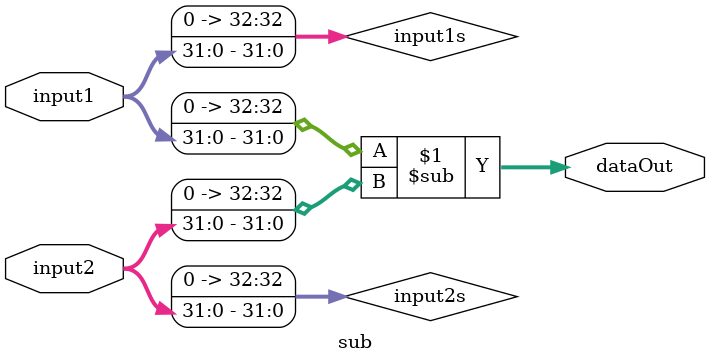
<source format=v>
module sub #(
    parameter DATA_WIDTH = 32
)(
    input [DATA_WIDTH-1:0] input1,
    input [DATA_WIDTH-1:0] input2,
    output [DATA_WIDTH:0] dataOut
);
wire signed [DATA_WIDTH:0]input1s;
wire signed [DATA_WIDTH:0]input2s;
        assign input1s = input1;
        assign input2s = input2;
        assign  dataOut = input1s - input2s;

endmodule

</source>
